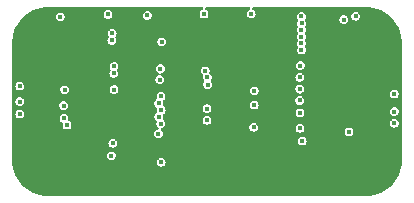
<source format=gbr>
%TF.GenerationSoftware,KiCad,Pcbnew,6.0.8-f2edbf62ab~116~ubuntu22.04.1*%
%TF.CreationDate,2022-11-01T10:45:10+00:00*%
%TF.ProjectId,cleverhand_emg,636c6576-6572-4686-916e-645f656d672e,3.0*%
%TF.SameCoordinates,Original*%
%TF.FileFunction,Copper,L2,Inr*%
%TF.FilePolarity,Positive*%
%FSLAX46Y46*%
G04 Gerber Fmt 4.6, Leading zero omitted, Abs format (unit mm)*
G04 Created by KiCad (PCBNEW 6.0.8-f2edbf62ab~116~ubuntu22.04.1) date 2022-11-01 10:45:10*
%MOMM*%
%LPD*%
G01*
G04 APERTURE LIST*
%TA.AperFunction,ViaPad*%
%ADD10C,0.400000*%
%TD*%
G04 APERTURE END LIST*
D10*
%TO.N,/MCLK*%
X157500000Y-102600000D03*
X165370000Y-103270000D03*
%TO.N,/IRQ*%
X157500000Y-101600000D03*
X165370000Y-101970000D03*
%TO.N,Net-(D2-Pad3)*%
X153610000Y-100580000D03*
X161500000Y-101300000D03*
%TO.N,/SCK*%
X157340000Y-98410000D03*
X165360000Y-98960000D03*
%TO.N,/SDI*%
X165350000Y-99940000D03*
X157540000Y-98970000D03*
%TO.N,/SDO*%
X165340000Y-100910000D03*
X157560000Y-99590000D03*
%TO.N,/CH0*%
X170080000Y-93790000D03*
%TO.N,Net-(D1-Pad3)*%
X141650000Y-101010000D03*
X149530000Y-104530000D03*
%TO.N,Net-(D3-Pad3)*%
X161500000Y-100100000D03*
X173360000Y-101860000D03*
%TO.N,/CH1*%
X169090000Y-94070000D03*
%TO.N,/CH2*%
X165500000Y-93800000D03*
%TO.N,/CH3*%
X165510000Y-94370000D03*
X161250000Y-93590000D03*
%TO.N,/CH4*%
X157250000Y-93600000D03*
X165500000Y-94940000D03*
%TO.N,/CH5*%
X165500000Y-95510000D03*
X152450000Y-93720000D03*
%TO.N,/CH6*%
X149120000Y-93630000D03*
X165500000Y-96080000D03*
%TO.N,/CH7*%
X145070000Y-93830000D03*
X165500000Y-96650000D03*
%TO.N,/cs_adc*%
X165400000Y-97970000D03*
X149480000Y-95240000D03*
%TO.N,GND*%
X141500000Y-96200000D03*
X153500000Y-100010000D03*
X145500000Y-97100000D03*
X169500000Y-105300000D03*
X145497692Y-94498196D03*
X169500000Y-106500000D03*
X141598000Y-100330000D03*
X153370000Y-105610000D03*
X141500000Y-98200000D03*
X169810000Y-108300000D03*
X161500000Y-100700000D03*
X141500000Y-97200000D03*
X169500000Y-107500000D03*
X149390000Y-96820000D03*
X173500000Y-104000000D03*
X173500000Y-106200000D03*
X145510000Y-104760000D03*
X145500000Y-95400000D03*
X173380000Y-99280000D03*
X145497692Y-96296532D03*
X145530000Y-106080000D03*
X173500000Y-104700000D03*
X153320000Y-95490000D03*
X173500000Y-105400000D03*
%TO.N,+3.3V*%
X149400000Y-105600000D03*
X153560000Y-98220000D03*
X149450000Y-95830000D03*
X173360000Y-102850000D03*
X165560000Y-104350000D03*
X145450000Y-100020000D03*
X141650000Y-99692000D03*
X153390000Y-103740000D03*
%TO.N,/carry2*%
X149630000Y-99990000D03*
X149620000Y-98620000D03*
%TO.N,/A3*%
X153630000Y-101720000D03*
X149630000Y-98040000D03*
%TO.N,/A0*%
X153430000Y-102300000D03*
X145650000Y-102990000D03*
%TO.N,/S1*%
X153510000Y-99150000D03*
X145390000Y-102430000D03*
%TO.N,/A1*%
X153590000Y-102870000D03*
X145360000Y-101360000D03*
%TO.N,/NEO_IN*%
X153620000Y-106140000D03*
X141650000Y-102070000D03*
%TO.N,/NEO_OUT*%
X153670000Y-95950000D03*
X153410000Y-101160000D03*
X173360000Y-100370000D03*
%TO.N,/CH_REF*%
X161450000Y-103180000D03*
X169520000Y-103580000D03*
%TD*%
%TA.AperFunction,Conductor*%
%TO.N,GND*%
G36*
X149123282Y-93028499D02*
G01*
X149161868Y-93011539D01*
X149178016Y-93010500D01*
X157066036Y-93010500D01*
X157134157Y-93030502D01*
X157180650Y-93084158D01*
X157190754Y-93154432D01*
X157161260Y-93219012D01*
X157123240Y-93248766D01*
X157029511Y-93296523D01*
X156946523Y-93379511D01*
X156928501Y-93414882D01*
X156897744Y-93475245D01*
X156897743Y-93475248D01*
X156893242Y-93484082D01*
X156874882Y-93600000D01*
X156893242Y-93715918D01*
X156897743Y-93724752D01*
X156897744Y-93724755D01*
X156913030Y-93754755D01*
X156946523Y-93820489D01*
X157029511Y-93903477D01*
X157071272Y-93924755D01*
X157125245Y-93952256D01*
X157125248Y-93952257D01*
X157134082Y-93956758D01*
X157250000Y-93975118D01*
X157365918Y-93956758D01*
X157374752Y-93952257D01*
X157374755Y-93952256D01*
X157428728Y-93924755D01*
X157470489Y-93903477D01*
X157553477Y-93820489D01*
X157586970Y-93754755D01*
X157602256Y-93724755D01*
X157602257Y-93724752D01*
X157606758Y-93715918D01*
X157625118Y-93600000D01*
X157606758Y-93484082D01*
X157602257Y-93475248D01*
X157602256Y-93475245D01*
X157571499Y-93414882D01*
X157553477Y-93379511D01*
X157470489Y-93296523D01*
X157376760Y-93248766D01*
X157325146Y-93200019D01*
X157308080Y-93131104D01*
X157330981Y-93063902D01*
X157386578Y-93019750D01*
X157433964Y-93010500D01*
X161046410Y-93010500D01*
X161114531Y-93030502D01*
X161161024Y-93084158D01*
X161171128Y-93154432D01*
X161141634Y-93219012D01*
X161103612Y-93248767D01*
X161029511Y-93286523D01*
X160946523Y-93369511D01*
X160921638Y-93418352D01*
X160897744Y-93465245D01*
X160897743Y-93465248D01*
X160893242Y-93474082D01*
X160874882Y-93590000D01*
X160893242Y-93705918D01*
X160897743Y-93714752D01*
X160897744Y-93714755D01*
X160913623Y-93745918D01*
X160946523Y-93810489D01*
X161029511Y-93893477D01*
X161083079Y-93920771D01*
X161125245Y-93942256D01*
X161125248Y-93942257D01*
X161134082Y-93946758D01*
X161250000Y-93965118D01*
X161365918Y-93946758D01*
X161374752Y-93942257D01*
X161374755Y-93942256D01*
X161416921Y-93920771D01*
X161470489Y-93893477D01*
X161553477Y-93810489D01*
X161586377Y-93745918D01*
X161602256Y-93714755D01*
X161602257Y-93714752D01*
X161606758Y-93705918D01*
X161625118Y-93590000D01*
X161606758Y-93474082D01*
X161602257Y-93465248D01*
X161602256Y-93465245D01*
X161578362Y-93418352D01*
X161553477Y-93369511D01*
X161470489Y-93286523D01*
X161396388Y-93248767D01*
X161344772Y-93200019D01*
X161327706Y-93131104D01*
X161350606Y-93063903D01*
X161406204Y-93019750D01*
X161453590Y-93010500D01*
X170996710Y-93010500D01*
X170997993Y-93010534D01*
X171000000Y-93011365D01*
X171001768Y-93010633D01*
X171003304Y-93010673D01*
X171305888Y-93026531D01*
X171319003Y-93027909D01*
X171466348Y-93051246D01*
X171615030Y-93074795D01*
X171627930Y-93077537D01*
X171917432Y-93155109D01*
X171929975Y-93159185D01*
X172209770Y-93266588D01*
X172221819Y-93271952D01*
X172488870Y-93408021D01*
X172500292Y-93414616D01*
X172683419Y-93533540D01*
X172751650Y-93577850D01*
X172762316Y-93585600D01*
X172925500Y-93717744D01*
X172995235Y-93774214D01*
X173005036Y-93783039D01*
X173216961Y-93994964D01*
X173225786Y-94004765D01*
X173369516Y-94182256D01*
X173414398Y-94237681D01*
X173422148Y-94248348D01*
X173535086Y-94422256D01*
X173585384Y-94499708D01*
X173591979Y-94511130D01*
X173728048Y-94778181D01*
X173733412Y-94790230D01*
X173840815Y-95070025D01*
X173844891Y-95082568D01*
X173922463Y-95372070D01*
X173925205Y-95384970D01*
X173959495Y-95601465D01*
X173972091Y-95680996D01*
X173973469Y-95694112D01*
X173978380Y-95787810D01*
X173989327Y-95996696D01*
X173989367Y-95998232D01*
X173988635Y-96000000D01*
X173989466Y-96002007D01*
X173989500Y-96003290D01*
X173989500Y-105996710D01*
X173989466Y-105997993D01*
X173988635Y-106000000D01*
X173989367Y-106001768D01*
X173989327Y-106003304D01*
X173973469Y-106305887D01*
X173972091Y-106319004D01*
X173925205Y-106615030D01*
X173922463Y-106627930D01*
X173844891Y-106917432D01*
X173840815Y-106929975D01*
X173733412Y-107209770D01*
X173728048Y-107221819D01*
X173591979Y-107488870D01*
X173585384Y-107500292D01*
X173422150Y-107751650D01*
X173414398Y-107762319D01*
X173225786Y-107995235D01*
X173216961Y-108005036D01*
X173005036Y-108216961D01*
X172995235Y-108225786D01*
X172762319Y-108414398D01*
X172751650Y-108422150D01*
X172500292Y-108585384D01*
X172488870Y-108591979D01*
X172221819Y-108728048D01*
X172209770Y-108733412D01*
X171929975Y-108840815D01*
X171917432Y-108844891D01*
X171627930Y-108922463D01*
X171615030Y-108925205D01*
X171319004Y-108972091D01*
X171305888Y-108973469D01*
X171041574Y-108987321D01*
X171003304Y-108989327D01*
X171001768Y-108989367D01*
X171000000Y-108988635D01*
X170997993Y-108989466D01*
X170996710Y-108989500D01*
X144003290Y-108989500D01*
X144002007Y-108989466D01*
X144000000Y-108988635D01*
X143998232Y-108989367D01*
X143996696Y-108989327D01*
X143958426Y-108987321D01*
X143694112Y-108973469D01*
X143680996Y-108972091D01*
X143384970Y-108925205D01*
X143372070Y-108922463D01*
X143082568Y-108844891D01*
X143070025Y-108840815D01*
X142790230Y-108733412D01*
X142778181Y-108728048D01*
X142511130Y-108591979D01*
X142499708Y-108585384D01*
X142248350Y-108422150D01*
X142237681Y-108414398D01*
X142004765Y-108225786D01*
X141994964Y-108216961D01*
X141783039Y-108005036D01*
X141774214Y-107995235D01*
X141585602Y-107762319D01*
X141577850Y-107751650D01*
X141414616Y-107500292D01*
X141408021Y-107488870D01*
X141271952Y-107221819D01*
X141266588Y-107209770D01*
X141159185Y-106929975D01*
X141155109Y-106917432D01*
X141077537Y-106627930D01*
X141074795Y-106615030D01*
X141027909Y-106319004D01*
X141026531Y-106305887D01*
X141017837Y-106140000D01*
X153244882Y-106140000D01*
X153263242Y-106255918D01*
X153267743Y-106264752D01*
X153267744Y-106264755D01*
X153288702Y-106305887D01*
X153316523Y-106360489D01*
X153399511Y-106443477D01*
X153453079Y-106470771D01*
X153495245Y-106492256D01*
X153495248Y-106492257D01*
X153504082Y-106496758D01*
X153620000Y-106515118D01*
X153735918Y-106496758D01*
X153744752Y-106492257D01*
X153744755Y-106492256D01*
X153786921Y-106470771D01*
X153840489Y-106443477D01*
X153923477Y-106360489D01*
X153951298Y-106305887D01*
X153972256Y-106264755D01*
X153972257Y-106264752D01*
X153976758Y-106255918D01*
X153995118Y-106140000D01*
X153976758Y-106024082D01*
X153972257Y-106015248D01*
X153972256Y-106015245D01*
X153940161Y-105952256D01*
X153923477Y-105919511D01*
X153840489Y-105836523D01*
X153786921Y-105809229D01*
X153744755Y-105787744D01*
X153744752Y-105787743D01*
X153735918Y-105783242D01*
X153620000Y-105764882D01*
X153504082Y-105783242D01*
X153495248Y-105787743D01*
X153495245Y-105787744D01*
X153453079Y-105809229D01*
X153399511Y-105836523D01*
X153316523Y-105919511D01*
X153299839Y-105952256D01*
X153267744Y-106015245D01*
X153267743Y-106015248D01*
X153263242Y-106024082D01*
X153244882Y-106140000D01*
X141017837Y-106140000D01*
X141010673Y-106003304D01*
X141010633Y-106001768D01*
X141011365Y-106000000D01*
X141010534Y-105997993D01*
X141010500Y-105996710D01*
X141010500Y-105600000D01*
X149024882Y-105600000D01*
X149043242Y-105715918D01*
X149047743Y-105724752D01*
X149047744Y-105724755D01*
X149068190Y-105764882D01*
X149096523Y-105820489D01*
X149179511Y-105903477D01*
X149233079Y-105930771D01*
X149275245Y-105952256D01*
X149275248Y-105952257D01*
X149284082Y-105956758D01*
X149400000Y-105975118D01*
X149515918Y-105956758D01*
X149524752Y-105952257D01*
X149524755Y-105952256D01*
X149566921Y-105930771D01*
X149620489Y-105903477D01*
X149703477Y-105820489D01*
X149731810Y-105764882D01*
X149752256Y-105724755D01*
X149752257Y-105724752D01*
X149756758Y-105715918D01*
X149775118Y-105600000D01*
X149756758Y-105484082D01*
X149752257Y-105475248D01*
X149752256Y-105475245D01*
X149730771Y-105433079D01*
X149703477Y-105379511D01*
X149620489Y-105296523D01*
X149566921Y-105269229D01*
X149524755Y-105247744D01*
X149524752Y-105247743D01*
X149515918Y-105243242D01*
X149400000Y-105224882D01*
X149284082Y-105243242D01*
X149275248Y-105247743D01*
X149275245Y-105247744D01*
X149233079Y-105269229D01*
X149179511Y-105296523D01*
X149096523Y-105379511D01*
X149069229Y-105433079D01*
X149047744Y-105475245D01*
X149047743Y-105475248D01*
X149043242Y-105484082D01*
X149024882Y-105600000D01*
X141010500Y-105600000D01*
X141010500Y-104530000D01*
X149154882Y-104530000D01*
X149173242Y-104645918D01*
X149177743Y-104654752D01*
X149177744Y-104654755D01*
X149179388Y-104657981D01*
X149226523Y-104750489D01*
X149309511Y-104833477D01*
X149363079Y-104860771D01*
X149405245Y-104882256D01*
X149405248Y-104882257D01*
X149414082Y-104886758D01*
X149530000Y-104905118D01*
X149645918Y-104886758D01*
X149654752Y-104882257D01*
X149654755Y-104882256D01*
X149696921Y-104860771D01*
X149750489Y-104833477D01*
X149833477Y-104750489D01*
X149880612Y-104657981D01*
X149882256Y-104654755D01*
X149882257Y-104654752D01*
X149886758Y-104645918D01*
X149905118Y-104530000D01*
X149886758Y-104414082D01*
X149882257Y-104405248D01*
X149882256Y-104405245D01*
X149854107Y-104350000D01*
X165184882Y-104350000D01*
X165203242Y-104465918D01*
X165207743Y-104474752D01*
X165207744Y-104474755D01*
X165229229Y-104516921D01*
X165256523Y-104570489D01*
X165339511Y-104653477D01*
X165393079Y-104680771D01*
X165435245Y-104702256D01*
X165435248Y-104702257D01*
X165444082Y-104706758D01*
X165560000Y-104725118D01*
X165675918Y-104706758D01*
X165684752Y-104702257D01*
X165684755Y-104702256D01*
X165726921Y-104680771D01*
X165780489Y-104653477D01*
X165863477Y-104570489D01*
X165890771Y-104516921D01*
X165912256Y-104474755D01*
X165912257Y-104474752D01*
X165916758Y-104465918D01*
X165935118Y-104350000D01*
X165916758Y-104234082D01*
X165912257Y-104225248D01*
X165912256Y-104225245D01*
X165885759Y-104173242D01*
X165863477Y-104129511D01*
X165780489Y-104046523D01*
X165726921Y-104019229D01*
X165684755Y-103997744D01*
X165684752Y-103997743D01*
X165675918Y-103993242D01*
X165560000Y-103974882D01*
X165444082Y-103993242D01*
X165435248Y-103997743D01*
X165435245Y-103997744D01*
X165393079Y-104019229D01*
X165339511Y-104046523D01*
X165256523Y-104129511D01*
X165234241Y-104173242D01*
X165207744Y-104225245D01*
X165207743Y-104225248D01*
X165203242Y-104234082D01*
X165184882Y-104350000D01*
X149854107Y-104350000D01*
X149833477Y-104309511D01*
X149750489Y-104226523D01*
X149696921Y-104199229D01*
X149654755Y-104177744D01*
X149654752Y-104177743D01*
X149645918Y-104173242D01*
X149530000Y-104154882D01*
X149414082Y-104173242D01*
X149405248Y-104177743D01*
X149405245Y-104177744D01*
X149363079Y-104199229D01*
X149309511Y-104226523D01*
X149226523Y-104309511D01*
X149205893Y-104350000D01*
X149177744Y-104405245D01*
X149177743Y-104405248D01*
X149173242Y-104414082D01*
X149154882Y-104530000D01*
X141010500Y-104530000D01*
X141010500Y-103740000D01*
X153014882Y-103740000D01*
X153033242Y-103855918D01*
X153037743Y-103864752D01*
X153037744Y-103864755D01*
X153059229Y-103906921D01*
X153086523Y-103960489D01*
X153169511Y-104043477D01*
X153223079Y-104070771D01*
X153265245Y-104092256D01*
X153265248Y-104092257D01*
X153274082Y-104096758D01*
X153390000Y-104115118D01*
X153505918Y-104096758D01*
X153514752Y-104092257D01*
X153514755Y-104092256D01*
X153556921Y-104070771D01*
X153610489Y-104043477D01*
X153693477Y-103960489D01*
X153720771Y-103906921D01*
X153742256Y-103864755D01*
X153742257Y-103864752D01*
X153746758Y-103855918D01*
X153765118Y-103740000D01*
X153746758Y-103624082D01*
X153742257Y-103615248D01*
X153742256Y-103615245D01*
X153710829Y-103553567D01*
X153693477Y-103519511D01*
X153617312Y-103443346D01*
X153583286Y-103381034D01*
X153588351Y-103310219D01*
X153630898Y-103253383D01*
X153686699Y-103229802D01*
X153696123Y-103228310D01*
X153696127Y-103228309D01*
X153705918Y-103226758D01*
X153714752Y-103222257D01*
X153714755Y-103222256D01*
X153756921Y-103200771D01*
X153797687Y-103180000D01*
X161074882Y-103180000D01*
X161093242Y-103295918D01*
X161097743Y-103304752D01*
X161097744Y-103304755D01*
X161116852Y-103342256D01*
X161146523Y-103400489D01*
X161229511Y-103483477D01*
X161283079Y-103510771D01*
X161325245Y-103532256D01*
X161325248Y-103532257D01*
X161334082Y-103536758D01*
X161450000Y-103555118D01*
X161565918Y-103536758D01*
X161574752Y-103532257D01*
X161574755Y-103532256D01*
X161616921Y-103510771D01*
X161670489Y-103483477D01*
X161753477Y-103400489D01*
X161783148Y-103342256D01*
X161802256Y-103304755D01*
X161802257Y-103304752D01*
X161806758Y-103295918D01*
X161810863Y-103270000D01*
X164994882Y-103270000D01*
X165013242Y-103385918D01*
X165017743Y-103394752D01*
X165017744Y-103394755D01*
X165036731Y-103432019D01*
X165066523Y-103490489D01*
X165149511Y-103573477D01*
X165203079Y-103600771D01*
X165245245Y-103622256D01*
X165245248Y-103622257D01*
X165254082Y-103626758D01*
X165370000Y-103645118D01*
X165485918Y-103626758D01*
X165494752Y-103622257D01*
X165494755Y-103622256D01*
X165536921Y-103600771D01*
X165577687Y-103580000D01*
X169144882Y-103580000D01*
X169163242Y-103695918D01*
X169167743Y-103704752D01*
X169167744Y-103704755D01*
X169180713Y-103730208D01*
X169216523Y-103800489D01*
X169299511Y-103883477D01*
X169353079Y-103910771D01*
X169395245Y-103932256D01*
X169395248Y-103932257D01*
X169404082Y-103936758D01*
X169520000Y-103955118D01*
X169635918Y-103936758D01*
X169644752Y-103932257D01*
X169644755Y-103932256D01*
X169686921Y-103910771D01*
X169740489Y-103883477D01*
X169823477Y-103800489D01*
X169859287Y-103730208D01*
X169872256Y-103704755D01*
X169872257Y-103704752D01*
X169876758Y-103695918D01*
X169895118Y-103580000D01*
X169876758Y-103464082D01*
X169872257Y-103455248D01*
X169872256Y-103455245D01*
X169844356Y-103400489D01*
X169823477Y-103359511D01*
X169740489Y-103276523D01*
X169678853Y-103245118D01*
X169644755Y-103227744D01*
X169644752Y-103227743D01*
X169635918Y-103223242D01*
X169520000Y-103204882D01*
X169404082Y-103223242D01*
X169395248Y-103227743D01*
X169395245Y-103227744D01*
X169361147Y-103245118D01*
X169299511Y-103276523D01*
X169216523Y-103359511D01*
X169195644Y-103400489D01*
X169167744Y-103455245D01*
X169167743Y-103455248D01*
X169163242Y-103464082D01*
X169144882Y-103580000D01*
X165577687Y-103580000D01*
X165590489Y-103573477D01*
X165673477Y-103490489D01*
X165703269Y-103432019D01*
X165722256Y-103394755D01*
X165722257Y-103394752D01*
X165726758Y-103385918D01*
X165745118Y-103270000D01*
X165726758Y-103154082D01*
X165722257Y-103145248D01*
X165722256Y-103145245D01*
X165685891Y-103073876D01*
X165673477Y-103049511D01*
X165590489Y-102966523D01*
X165536921Y-102939229D01*
X165494755Y-102917744D01*
X165494752Y-102917743D01*
X165485918Y-102913242D01*
X165370000Y-102894882D01*
X165254082Y-102913242D01*
X165245248Y-102917743D01*
X165245245Y-102917744D01*
X165203079Y-102939229D01*
X165149511Y-102966523D01*
X165066523Y-103049511D01*
X165054109Y-103073876D01*
X165017744Y-103145245D01*
X165017743Y-103145248D01*
X165013242Y-103154082D01*
X164994882Y-103270000D01*
X161810863Y-103270000D01*
X161825118Y-103180000D01*
X161806758Y-103064082D01*
X161802257Y-103055248D01*
X161802256Y-103055245D01*
X161774001Y-102999792D01*
X161753477Y-102959511D01*
X161670489Y-102876523D01*
X161618434Y-102850000D01*
X172984882Y-102850000D01*
X173003242Y-102965918D01*
X173007743Y-102974752D01*
X173007744Y-102974755D01*
X173013432Y-102985918D01*
X173056523Y-103070489D01*
X173139511Y-103153477D01*
X173165373Y-103166654D01*
X173235245Y-103202256D01*
X173235248Y-103202257D01*
X173244082Y-103206758D01*
X173360000Y-103225118D01*
X173475918Y-103206758D01*
X173484752Y-103202257D01*
X173484755Y-103202256D01*
X173554627Y-103166654D01*
X173580489Y-103153477D01*
X173663477Y-103070489D01*
X173706568Y-102985918D01*
X173712256Y-102974755D01*
X173712257Y-102974752D01*
X173716758Y-102965918D01*
X173735118Y-102850000D01*
X173716758Y-102734082D01*
X173712257Y-102725248D01*
X173712256Y-102725245D01*
X173690231Y-102682020D01*
X173663477Y-102629511D01*
X173580489Y-102546523D01*
X173526921Y-102519229D01*
X173484755Y-102497744D01*
X173484752Y-102497743D01*
X173475918Y-102493242D01*
X173388834Y-102479449D01*
X173360538Y-102466035D01*
X173331166Y-102479449D01*
X173244082Y-102493242D01*
X173235248Y-102497743D01*
X173235245Y-102497744D01*
X173193079Y-102519229D01*
X173139511Y-102546523D01*
X173056523Y-102629511D01*
X173029769Y-102682020D01*
X173007744Y-102725245D01*
X173007743Y-102725248D01*
X173003242Y-102734082D01*
X172984882Y-102850000D01*
X161618434Y-102850000D01*
X161616921Y-102849229D01*
X161574755Y-102827744D01*
X161574752Y-102827743D01*
X161565918Y-102823242D01*
X161450000Y-102804882D01*
X161334082Y-102823242D01*
X161325248Y-102827743D01*
X161325245Y-102827744D01*
X161283079Y-102849229D01*
X161229511Y-102876523D01*
X161146523Y-102959511D01*
X161125999Y-102999792D01*
X161097744Y-103055245D01*
X161097743Y-103055248D01*
X161093242Y-103064082D01*
X161074882Y-103180000D01*
X153797687Y-103180000D01*
X153810489Y-103173477D01*
X153893477Y-103090489D01*
X153939689Y-102999792D01*
X153942256Y-102994755D01*
X153942257Y-102994752D01*
X153946758Y-102985918D01*
X153965118Y-102870000D01*
X153946758Y-102754082D01*
X153942257Y-102745248D01*
X153942256Y-102745245D01*
X153898438Y-102659248D01*
X153893477Y-102649511D01*
X153843966Y-102600000D01*
X157124882Y-102600000D01*
X157143242Y-102715918D01*
X157147743Y-102724752D01*
X157147744Y-102724755D01*
X157162687Y-102754082D01*
X157196523Y-102820489D01*
X157279511Y-102903477D01*
X157333079Y-102930771D01*
X157375245Y-102952256D01*
X157375248Y-102952257D01*
X157384082Y-102956758D01*
X157500000Y-102975118D01*
X157615918Y-102956758D01*
X157624752Y-102952257D01*
X157624755Y-102952256D01*
X157666921Y-102930771D01*
X157720489Y-102903477D01*
X157803477Y-102820489D01*
X157837313Y-102754082D01*
X157852256Y-102724755D01*
X157852257Y-102724752D01*
X157856758Y-102715918D01*
X157875118Y-102600000D01*
X157856758Y-102484082D01*
X157852257Y-102475248D01*
X157852256Y-102475245D01*
X157829202Y-102430000D01*
X157803477Y-102379511D01*
X157720489Y-102296523D01*
X157666921Y-102269229D01*
X157624755Y-102247744D01*
X157624752Y-102247743D01*
X157615918Y-102243242D01*
X157500000Y-102224882D01*
X157384082Y-102243242D01*
X157375248Y-102247743D01*
X157375245Y-102247744D01*
X157333079Y-102269229D01*
X157279511Y-102296523D01*
X157196523Y-102379511D01*
X157170798Y-102430000D01*
X157147744Y-102475245D01*
X157147743Y-102475248D01*
X157143242Y-102484082D01*
X157124882Y-102600000D01*
X153843966Y-102600000D01*
X153810489Y-102566523D01*
X153812889Y-102564123D01*
X153780164Y-102521695D01*
X153774081Y-102450960D01*
X153779855Y-102434399D01*
X153779192Y-102434183D01*
X153782255Y-102424755D01*
X153786758Y-102415918D01*
X153805118Y-102300000D01*
X153786758Y-102184082D01*
X153782872Y-102176456D01*
X153780866Y-102106243D01*
X153817528Y-102045444D01*
X153833850Y-102034112D01*
X153833629Y-102033808D01*
X153841648Y-102027981D01*
X153850489Y-102023477D01*
X153933477Y-101940489D01*
X153974488Y-101860000D01*
X153982256Y-101844755D01*
X153982257Y-101844752D01*
X153986758Y-101835918D01*
X154005118Y-101720000D01*
X153986758Y-101604082D01*
X153984678Y-101600000D01*
X157124882Y-101600000D01*
X157143242Y-101715918D01*
X157147743Y-101724752D01*
X157147744Y-101724755D01*
X157153089Y-101735245D01*
X157196523Y-101820489D01*
X157279511Y-101903477D01*
X157333079Y-101930771D01*
X157375245Y-101952256D01*
X157375248Y-101952257D01*
X157384082Y-101956758D01*
X157500000Y-101975118D01*
X157532313Y-101970000D01*
X164994882Y-101970000D01*
X165013242Y-102085918D01*
X165017743Y-102094752D01*
X165017744Y-102094755D01*
X165023598Y-102106243D01*
X165066523Y-102190489D01*
X165149511Y-102273477D01*
X165194742Y-102296523D01*
X165245245Y-102322256D01*
X165245248Y-102322257D01*
X165254082Y-102326758D01*
X165370000Y-102345118D01*
X165485918Y-102326758D01*
X165494752Y-102322257D01*
X165494755Y-102322256D01*
X165545258Y-102296523D01*
X165590489Y-102273477D01*
X165673477Y-102190489D01*
X165716402Y-102106243D01*
X165722256Y-102094755D01*
X165722257Y-102094752D01*
X165726758Y-102085918D01*
X165745118Y-101970000D01*
X165727695Y-101860000D01*
X172984882Y-101860000D01*
X173003242Y-101975918D01*
X173007743Y-101984752D01*
X173007744Y-101984755D01*
X173017316Y-102003540D01*
X173056523Y-102080489D01*
X173139511Y-102163477D01*
X173192526Y-102190489D01*
X173235245Y-102212256D01*
X173235248Y-102212257D01*
X173244082Y-102216758D01*
X173331166Y-102230551D01*
X173359462Y-102243965D01*
X173388834Y-102230551D01*
X173475918Y-102216758D01*
X173484752Y-102212257D01*
X173484755Y-102212256D01*
X173527474Y-102190489D01*
X173580489Y-102163477D01*
X173663477Y-102080489D01*
X173702684Y-102003540D01*
X173712256Y-101984755D01*
X173712257Y-101984752D01*
X173716758Y-101975918D01*
X173735118Y-101860000D01*
X173716758Y-101744082D01*
X173712257Y-101735248D01*
X173712256Y-101735245D01*
X173674945Y-101662019D01*
X173663477Y-101639511D01*
X173580489Y-101556523D01*
X173523539Y-101527506D01*
X173484755Y-101507744D01*
X173484752Y-101507743D01*
X173475918Y-101503242D01*
X173360000Y-101484882D01*
X173244082Y-101503242D01*
X173235248Y-101507743D01*
X173235245Y-101507744D01*
X173196461Y-101527506D01*
X173139511Y-101556523D01*
X173056523Y-101639511D01*
X173045055Y-101662019D01*
X173007744Y-101735245D01*
X173007743Y-101735248D01*
X173003242Y-101744082D01*
X172984882Y-101860000D01*
X165727695Y-101860000D01*
X165726758Y-101854082D01*
X165722257Y-101845248D01*
X165722256Y-101845245D01*
X165685720Y-101773540D01*
X165673477Y-101749511D01*
X165590489Y-101666523D01*
X165523703Y-101632494D01*
X165494755Y-101617744D01*
X165494752Y-101617743D01*
X165485918Y-101613242D01*
X165370000Y-101594882D01*
X165254082Y-101613242D01*
X165245248Y-101617743D01*
X165245245Y-101617744D01*
X165216297Y-101632494D01*
X165149511Y-101666523D01*
X165066523Y-101749511D01*
X165054280Y-101773540D01*
X165017744Y-101845245D01*
X165017743Y-101845248D01*
X165013242Y-101854082D01*
X164994882Y-101970000D01*
X157532313Y-101970000D01*
X157615918Y-101956758D01*
X157624752Y-101952257D01*
X157624755Y-101952256D01*
X157666921Y-101930771D01*
X157720489Y-101903477D01*
X157803477Y-101820489D01*
X157846911Y-101735245D01*
X157852256Y-101724755D01*
X157852257Y-101724752D01*
X157856758Y-101715918D01*
X157875118Y-101600000D01*
X157856758Y-101484082D01*
X157852257Y-101475248D01*
X157852256Y-101475245D01*
X157820041Y-101412021D01*
X157803477Y-101379511D01*
X157723966Y-101300000D01*
X161124882Y-101300000D01*
X161143242Y-101415918D01*
X161147743Y-101424752D01*
X161147744Y-101424755D01*
X161163899Y-101456460D01*
X161196523Y-101520489D01*
X161279511Y-101603477D01*
X161333079Y-101630771D01*
X161375245Y-101652256D01*
X161375248Y-101652257D01*
X161384082Y-101656758D01*
X161500000Y-101675118D01*
X161615918Y-101656758D01*
X161624752Y-101652257D01*
X161624755Y-101652256D01*
X161666921Y-101630771D01*
X161720489Y-101603477D01*
X161803477Y-101520489D01*
X161836101Y-101456460D01*
X161852256Y-101424755D01*
X161852257Y-101424752D01*
X161856758Y-101415918D01*
X161875118Y-101300000D01*
X161856758Y-101184082D01*
X161852257Y-101175248D01*
X161852256Y-101175245D01*
X161827122Y-101125918D01*
X161803477Y-101079511D01*
X161720489Y-100996523D01*
X161661061Y-100966243D01*
X161624755Y-100947744D01*
X161624752Y-100947743D01*
X161615918Y-100943242D01*
X161500000Y-100924882D01*
X161384082Y-100943242D01*
X161375248Y-100947743D01*
X161375245Y-100947744D01*
X161338939Y-100966243D01*
X161279511Y-100996523D01*
X161196523Y-101079511D01*
X161172878Y-101125918D01*
X161147744Y-101175245D01*
X161147743Y-101175248D01*
X161143242Y-101184082D01*
X161124882Y-101300000D01*
X157723966Y-101300000D01*
X157720489Y-101296523D01*
X157660827Y-101266124D01*
X157624755Y-101247744D01*
X157624752Y-101247743D01*
X157615918Y-101243242D01*
X157500000Y-101224882D01*
X157384082Y-101243242D01*
X157375248Y-101247743D01*
X157375245Y-101247744D01*
X157339173Y-101266124D01*
X157279511Y-101296523D01*
X157196523Y-101379511D01*
X157179959Y-101412021D01*
X157147744Y-101475245D01*
X157147743Y-101475248D01*
X157143242Y-101484082D01*
X157124882Y-101600000D01*
X153984678Y-101600000D01*
X153982257Y-101595248D01*
X153982256Y-101595245D01*
X153944249Y-101520653D01*
X153933477Y-101499511D01*
X153850489Y-101416523D01*
X153833942Y-101408092D01*
X153782327Y-101359347D01*
X153765258Y-101290433D01*
X153767856Y-101276092D01*
X153766758Y-101275918D01*
X153775354Y-101221648D01*
X153785118Y-101160000D01*
X153766758Y-101044082D01*
X153762872Y-101036456D01*
X153760866Y-100966243D01*
X153794781Y-100910000D01*
X164964882Y-100910000D01*
X164983242Y-101025918D01*
X164987743Y-101034752D01*
X164987744Y-101034755D01*
X164996541Y-101052019D01*
X165036523Y-101130489D01*
X165119511Y-101213477D01*
X165162234Y-101235245D01*
X165215245Y-101262256D01*
X165215248Y-101262257D01*
X165224082Y-101266758D01*
X165340000Y-101285118D01*
X165455918Y-101266758D01*
X165464752Y-101262257D01*
X165464755Y-101262256D01*
X165517766Y-101235245D01*
X165560489Y-101213477D01*
X165643477Y-101130489D01*
X165683459Y-101052019D01*
X165692256Y-101034755D01*
X165692257Y-101034752D01*
X165696758Y-101025918D01*
X165715118Y-100910000D01*
X165696758Y-100794082D01*
X165692257Y-100785248D01*
X165692256Y-100785245D01*
X165655720Y-100713540D01*
X165643477Y-100689511D01*
X165560489Y-100606523D01*
X165506921Y-100579229D01*
X165464755Y-100557744D01*
X165464752Y-100557743D01*
X165455918Y-100553242D01*
X165436971Y-100550241D01*
X165372818Y-100519829D01*
X165344804Y-100474840D01*
X165314464Y-100520601D01*
X165253030Y-100548657D01*
X165224082Y-100553242D01*
X165215248Y-100557743D01*
X165215245Y-100557744D01*
X165173079Y-100579229D01*
X165119511Y-100606523D01*
X165036523Y-100689511D01*
X165024280Y-100713540D01*
X164987744Y-100785245D01*
X164987743Y-100785248D01*
X164983242Y-100794082D01*
X164964882Y-100910000D01*
X153794781Y-100910000D01*
X153797528Y-100905444D01*
X153813850Y-100894112D01*
X153813629Y-100893808D01*
X153821648Y-100887981D01*
X153830489Y-100883477D01*
X153913477Y-100800489D01*
X153950254Y-100728309D01*
X153962256Y-100704755D01*
X153962257Y-100704752D01*
X153966758Y-100695918D01*
X153985118Y-100580000D01*
X153966758Y-100464082D01*
X153962257Y-100455248D01*
X153962256Y-100455245D01*
X153938173Y-100407981D01*
X153913477Y-100359511D01*
X153830489Y-100276523D01*
X153759768Y-100240489D01*
X153734755Y-100227744D01*
X153734752Y-100227743D01*
X153725918Y-100223242D01*
X153610000Y-100204882D01*
X153494082Y-100223242D01*
X153485248Y-100227743D01*
X153485245Y-100227744D01*
X153460232Y-100240489D01*
X153389511Y-100276523D01*
X153306523Y-100359511D01*
X153281827Y-100407981D01*
X153257744Y-100455245D01*
X153257743Y-100455248D01*
X153253242Y-100464082D01*
X153234882Y-100580000D01*
X153253242Y-100695918D01*
X153257128Y-100703544D01*
X153259134Y-100773757D01*
X153222472Y-100834556D01*
X153206150Y-100845888D01*
X153206371Y-100846192D01*
X153198352Y-100852019D01*
X153189511Y-100856523D01*
X153106523Y-100939511D01*
X153092903Y-100966243D01*
X153057744Y-101035245D01*
X153057743Y-101035248D01*
X153053242Y-101044082D01*
X153034882Y-101160000D01*
X153053242Y-101275918D01*
X153057743Y-101284752D01*
X153057744Y-101284755D01*
X153070501Y-101309792D01*
X153106523Y-101380489D01*
X153189511Y-101463477D01*
X153206058Y-101471908D01*
X153257673Y-101520653D01*
X153274742Y-101589567D01*
X153272144Y-101603908D01*
X153273242Y-101604082D01*
X153254882Y-101720000D01*
X153273242Y-101835918D01*
X153277128Y-101843544D01*
X153279134Y-101913757D01*
X153242472Y-101974556D01*
X153226150Y-101985888D01*
X153226371Y-101986192D01*
X153218352Y-101992019D01*
X153209511Y-101996523D01*
X153126523Y-102079511D01*
X153099229Y-102133079D01*
X153077744Y-102175245D01*
X153077743Y-102175248D01*
X153073242Y-102184082D01*
X153054882Y-102300000D01*
X153073242Y-102415918D01*
X153077743Y-102424752D01*
X153077744Y-102424755D01*
X153098778Y-102466035D01*
X153126523Y-102520489D01*
X153209511Y-102603477D01*
X153207111Y-102605877D01*
X153239836Y-102648305D01*
X153245919Y-102719040D01*
X153240145Y-102735601D01*
X153240808Y-102735817D01*
X153237745Y-102745245D01*
X153233242Y-102754082D01*
X153214882Y-102870000D01*
X153233242Y-102985918D01*
X153237743Y-102994752D01*
X153237744Y-102994755D01*
X153240311Y-102999792D01*
X153286523Y-103090489D01*
X153362688Y-103166654D01*
X153396714Y-103228966D01*
X153391649Y-103299781D01*
X153349102Y-103356617D01*
X153293301Y-103380198D01*
X153283877Y-103381690D01*
X153283873Y-103381691D01*
X153274082Y-103383242D01*
X153265248Y-103387743D01*
X153265245Y-103387744D01*
X153240232Y-103400489D01*
X153169511Y-103436523D01*
X153086523Y-103519511D01*
X153069171Y-103553567D01*
X153037744Y-103615245D01*
X153037743Y-103615248D01*
X153033242Y-103624082D01*
X153014882Y-103740000D01*
X141010500Y-103740000D01*
X141010500Y-102070000D01*
X141274882Y-102070000D01*
X141293242Y-102185918D01*
X141297743Y-102194752D01*
X141297744Y-102194755D01*
X141313095Y-102224882D01*
X141346523Y-102290489D01*
X141429511Y-102373477D01*
X141483079Y-102400771D01*
X141525245Y-102422256D01*
X141525248Y-102422257D01*
X141534082Y-102426758D01*
X141650000Y-102445118D01*
X141745449Y-102430000D01*
X145014882Y-102430000D01*
X145033242Y-102545918D01*
X145037743Y-102554752D01*
X145037744Y-102554755D01*
X145055809Y-102590208D01*
X145086523Y-102650489D01*
X145169511Y-102733477D01*
X145223042Y-102760752D01*
X145274657Y-102809500D01*
X145291723Y-102878415D01*
X145290288Y-102892730D01*
X145280147Y-102956758D01*
X145274882Y-102990000D01*
X145293242Y-103105918D01*
X145297743Y-103114752D01*
X145297744Y-103114755D01*
X145319229Y-103156921D01*
X145346523Y-103210489D01*
X145429511Y-103293477D01*
X145483079Y-103320771D01*
X145525245Y-103342256D01*
X145525248Y-103342257D01*
X145534082Y-103346758D01*
X145650000Y-103365118D01*
X145765918Y-103346758D01*
X145774752Y-103342257D01*
X145774755Y-103342256D01*
X145816921Y-103320771D01*
X145870489Y-103293477D01*
X145953477Y-103210489D01*
X145980771Y-103156921D01*
X146002256Y-103114755D01*
X146002257Y-103114752D01*
X146006758Y-103105918D01*
X146025118Y-102990000D01*
X146006758Y-102874082D01*
X146002257Y-102865248D01*
X146002256Y-102865245D01*
X145979451Y-102820489D01*
X145953477Y-102769511D01*
X145870489Y-102686523D01*
X145816958Y-102659248D01*
X145765343Y-102610500D01*
X145748277Y-102541585D01*
X145749712Y-102527270D01*
X145763567Y-102439793D01*
X145763567Y-102439792D01*
X145765118Y-102430000D01*
X145746758Y-102314082D01*
X145742257Y-102305248D01*
X145742256Y-102305245D01*
X145711032Y-102243965D01*
X145693477Y-102209511D01*
X145610489Y-102126523D01*
X145548140Y-102094755D01*
X145514755Y-102077744D01*
X145514752Y-102077743D01*
X145505918Y-102073242D01*
X145390000Y-102054882D01*
X145274082Y-102073242D01*
X145265248Y-102077743D01*
X145265245Y-102077744D01*
X145231860Y-102094755D01*
X145169511Y-102126523D01*
X145086523Y-102209511D01*
X145068968Y-102243965D01*
X145037744Y-102305245D01*
X145037743Y-102305248D01*
X145033242Y-102314082D01*
X145014882Y-102430000D01*
X141745449Y-102430000D01*
X141765918Y-102426758D01*
X141774752Y-102422257D01*
X141774755Y-102422256D01*
X141816921Y-102400771D01*
X141870489Y-102373477D01*
X141953477Y-102290489D01*
X141986905Y-102224882D01*
X142002256Y-102194755D01*
X142002257Y-102194752D01*
X142006758Y-102185918D01*
X142025118Y-102070000D01*
X142006758Y-101954082D01*
X142002257Y-101945248D01*
X142002256Y-101945245D01*
X141977398Y-101896460D01*
X141953477Y-101849511D01*
X141870489Y-101766523D01*
X141808853Y-101735118D01*
X141774755Y-101717744D01*
X141774752Y-101717743D01*
X141765918Y-101713242D01*
X141650000Y-101694882D01*
X141534082Y-101713242D01*
X141525248Y-101717743D01*
X141525245Y-101717744D01*
X141491147Y-101735118D01*
X141429511Y-101766523D01*
X141346523Y-101849511D01*
X141322602Y-101896460D01*
X141297744Y-101945245D01*
X141297743Y-101945248D01*
X141293242Y-101954082D01*
X141274882Y-102070000D01*
X141010500Y-102070000D01*
X141010500Y-101010000D01*
X141274882Y-101010000D01*
X141293242Y-101125918D01*
X141297743Y-101134752D01*
X141297744Y-101134755D01*
X141305618Y-101150208D01*
X141346523Y-101230489D01*
X141429511Y-101313477D01*
X141483079Y-101340771D01*
X141525245Y-101362256D01*
X141525248Y-101362257D01*
X141534082Y-101366758D01*
X141650000Y-101385118D01*
X141765918Y-101366758D01*
X141774752Y-101362257D01*
X141774755Y-101362256D01*
X141779183Y-101360000D01*
X144984882Y-101360000D01*
X145003242Y-101475918D01*
X145007743Y-101484752D01*
X145007744Y-101484755D01*
X145021447Y-101511648D01*
X145056523Y-101580489D01*
X145139511Y-101663477D01*
X145193079Y-101690771D01*
X145235245Y-101712256D01*
X145235248Y-101712257D01*
X145244082Y-101716758D01*
X145360000Y-101735118D01*
X145475918Y-101716758D01*
X145484752Y-101712257D01*
X145484755Y-101712256D01*
X145526921Y-101690771D01*
X145580489Y-101663477D01*
X145663477Y-101580489D01*
X145698553Y-101511648D01*
X145712256Y-101484755D01*
X145712257Y-101484752D01*
X145716758Y-101475918D01*
X145735118Y-101360000D01*
X145716758Y-101244082D01*
X145712257Y-101235248D01*
X145712256Y-101235245D01*
X145681684Y-101175245D01*
X145663477Y-101139511D01*
X145580489Y-101056523D01*
X145501201Y-101016124D01*
X145484755Y-101007744D01*
X145484752Y-101007743D01*
X145475918Y-101003242D01*
X145360000Y-100984882D01*
X145244082Y-101003242D01*
X145235248Y-101007743D01*
X145235245Y-101007744D01*
X145218799Y-101016124D01*
X145139511Y-101056523D01*
X145056523Y-101139511D01*
X145038316Y-101175245D01*
X145007744Y-101235245D01*
X145007743Y-101235248D01*
X145003242Y-101244082D01*
X144984882Y-101360000D01*
X141779183Y-101360000D01*
X141816921Y-101340771D01*
X141870489Y-101313477D01*
X141953477Y-101230489D01*
X141994382Y-101150208D01*
X142002256Y-101134755D01*
X142002257Y-101134752D01*
X142006758Y-101125918D01*
X142025118Y-101010000D01*
X142006758Y-100894082D01*
X142002257Y-100885248D01*
X142002256Y-100885245D01*
X141976428Y-100834556D01*
X141953477Y-100789511D01*
X141870489Y-100706523D01*
X141805632Y-100673477D01*
X141774755Y-100657744D01*
X141774752Y-100657743D01*
X141765918Y-100653242D01*
X141650000Y-100634882D01*
X141534082Y-100653242D01*
X141525248Y-100657743D01*
X141525245Y-100657744D01*
X141494368Y-100673477D01*
X141429511Y-100706523D01*
X141346523Y-100789511D01*
X141323572Y-100834556D01*
X141297744Y-100885245D01*
X141297743Y-100885248D01*
X141293242Y-100894082D01*
X141274882Y-101010000D01*
X141010500Y-101010000D01*
X141010500Y-99692000D01*
X141274882Y-99692000D01*
X141293242Y-99807918D01*
X141297743Y-99816752D01*
X141297744Y-99816755D01*
X141306468Y-99833876D01*
X141346523Y-99912489D01*
X141429511Y-99995477D01*
X141473213Y-100017744D01*
X141525245Y-100044256D01*
X141525248Y-100044257D01*
X141534082Y-100048758D01*
X141650000Y-100067118D01*
X141765918Y-100048758D01*
X141774752Y-100044257D01*
X141774755Y-100044256D01*
X141822359Y-100020000D01*
X145074882Y-100020000D01*
X145093242Y-100135918D01*
X145097743Y-100144752D01*
X145097744Y-100144755D01*
X145119229Y-100186921D01*
X145146523Y-100240489D01*
X145229511Y-100323477D01*
X145275203Y-100346758D01*
X145325245Y-100372256D01*
X145325248Y-100372257D01*
X145334082Y-100376758D01*
X145450000Y-100395118D01*
X145565918Y-100376758D01*
X145574752Y-100372257D01*
X145574755Y-100372256D01*
X145624797Y-100346758D01*
X145670489Y-100323477D01*
X145753477Y-100240489D01*
X145780771Y-100186921D01*
X145802256Y-100144755D01*
X145802257Y-100144752D01*
X145806758Y-100135918D01*
X145825118Y-100020000D01*
X145820366Y-99990000D01*
X149254882Y-99990000D01*
X149273242Y-100105918D01*
X149277743Y-100114752D01*
X149277744Y-100114755D01*
X149291878Y-100142494D01*
X149326523Y-100210489D01*
X149409511Y-100293477D01*
X149454618Y-100316460D01*
X149505245Y-100342256D01*
X149505248Y-100342257D01*
X149514082Y-100346758D01*
X149630000Y-100365118D01*
X149745918Y-100346758D01*
X149754752Y-100342257D01*
X149754755Y-100342256D01*
X149805382Y-100316460D01*
X149850489Y-100293477D01*
X149933477Y-100210489D01*
X149968122Y-100142494D01*
X149982256Y-100114755D01*
X149982257Y-100114752D01*
X149986758Y-100105918D01*
X149987695Y-100100000D01*
X161124882Y-100100000D01*
X161143242Y-100215918D01*
X161147743Y-100224752D01*
X161147744Y-100224755D01*
X161162687Y-100254082D01*
X161196523Y-100320489D01*
X161279511Y-100403477D01*
X161333079Y-100430771D01*
X161375245Y-100452256D01*
X161375248Y-100452257D01*
X161384082Y-100456758D01*
X161500000Y-100475118D01*
X161615918Y-100456758D01*
X161624752Y-100452257D01*
X161624755Y-100452256D01*
X161666921Y-100430771D01*
X161720489Y-100403477D01*
X161803477Y-100320489D01*
X161837313Y-100254082D01*
X161852256Y-100224755D01*
X161852257Y-100224752D01*
X161856758Y-100215918D01*
X161875118Y-100100000D01*
X161856758Y-99984082D01*
X161852257Y-99975248D01*
X161852256Y-99975245D01*
X161834297Y-99940000D01*
X164974882Y-99940000D01*
X164993242Y-100055918D01*
X164997743Y-100064752D01*
X164997744Y-100064755D01*
X165010713Y-100090208D01*
X165046523Y-100160489D01*
X165129511Y-100243477D01*
X165169547Y-100263876D01*
X165225245Y-100292256D01*
X165225248Y-100292257D01*
X165234082Y-100296758D01*
X165252484Y-100299673D01*
X165253029Y-100299759D01*
X165317182Y-100330171D01*
X165345196Y-100375160D01*
X165348617Y-100370000D01*
X172984882Y-100370000D01*
X173003242Y-100485918D01*
X173007743Y-100494752D01*
X173007744Y-100494755D01*
X173028190Y-100534882D01*
X173056523Y-100590489D01*
X173139511Y-100673477D01*
X173193079Y-100700771D01*
X173235245Y-100722256D01*
X173235248Y-100722257D01*
X173244082Y-100726758D01*
X173360000Y-100745118D01*
X173475918Y-100726758D01*
X173484752Y-100722257D01*
X173484755Y-100722256D01*
X173526921Y-100700771D01*
X173580489Y-100673477D01*
X173663477Y-100590489D01*
X173691810Y-100534882D01*
X173712256Y-100494755D01*
X173712257Y-100494752D01*
X173716758Y-100485918D01*
X173735118Y-100370000D01*
X173716758Y-100254082D01*
X173712257Y-100245248D01*
X173712256Y-100245245D01*
X173690042Y-100201648D01*
X173663477Y-100149511D01*
X173580489Y-100066523D01*
X173508400Y-100029792D01*
X173484755Y-100017744D01*
X173484752Y-100017743D01*
X173475918Y-100013242D01*
X173360000Y-99994882D01*
X173244082Y-100013242D01*
X173235248Y-100017743D01*
X173235245Y-100017744D01*
X173211600Y-100029792D01*
X173139511Y-100066523D01*
X173056523Y-100149511D01*
X173029958Y-100201648D01*
X173007744Y-100245245D01*
X173007743Y-100245248D01*
X173003242Y-100254082D01*
X172984882Y-100370000D01*
X165348617Y-100370000D01*
X165375536Y-100329399D01*
X165436970Y-100301343D01*
X165465918Y-100296758D01*
X165474752Y-100292257D01*
X165474755Y-100292256D01*
X165530453Y-100263876D01*
X165570489Y-100243477D01*
X165653477Y-100160489D01*
X165689287Y-100090208D01*
X165702256Y-100064755D01*
X165702257Y-100064752D01*
X165706758Y-100055918D01*
X165725118Y-99940000D01*
X165706758Y-99824082D01*
X165702257Y-99815248D01*
X165702256Y-99815245D01*
X165664778Y-99741691D01*
X165653477Y-99719511D01*
X165570489Y-99636523D01*
X165498400Y-99599792D01*
X165474755Y-99587744D01*
X165474752Y-99587743D01*
X165465918Y-99583242D01*
X165415402Y-99575241D01*
X165354426Y-99546334D01*
X165294598Y-99573657D01*
X165234082Y-99583242D01*
X165225248Y-99587743D01*
X165225245Y-99587744D01*
X165201600Y-99599792D01*
X165129511Y-99636523D01*
X165046523Y-99719511D01*
X165035222Y-99741691D01*
X164997744Y-99815245D01*
X164997743Y-99815248D01*
X164993242Y-99824082D01*
X164974882Y-99940000D01*
X161834297Y-99940000D01*
X161823855Y-99919506D01*
X161803477Y-99879511D01*
X161720489Y-99796523D01*
X161653703Y-99762494D01*
X161624755Y-99747744D01*
X161624752Y-99747743D01*
X161615918Y-99743242D01*
X161500000Y-99724882D01*
X161384082Y-99743242D01*
X161375248Y-99747743D01*
X161375245Y-99747744D01*
X161346297Y-99762494D01*
X161279511Y-99796523D01*
X161196523Y-99879511D01*
X161176145Y-99919506D01*
X161147744Y-99975245D01*
X161147743Y-99975248D01*
X161143242Y-99984082D01*
X161124882Y-100100000D01*
X149987695Y-100100000D01*
X150005118Y-99990000D01*
X149986758Y-99874082D01*
X149982257Y-99865248D01*
X149982256Y-99865245D01*
X149949851Y-99801648D01*
X149933477Y-99769511D01*
X149850489Y-99686523D01*
X149796921Y-99659229D01*
X149754755Y-99637744D01*
X149754752Y-99637743D01*
X149745918Y-99633242D01*
X149630000Y-99614882D01*
X149514082Y-99633242D01*
X149505248Y-99637743D01*
X149505245Y-99637744D01*
X149463079Y-99659229D01*
X149409511Y-99686523D01*
X149326523Y-99769511D01*
X149310149Y-99801648D01*
X149277744Y-99865245D01*
X149277743Y-99865248D01*
X149273242Y-99874082D01*
X149254882Y-99990000D01*
X145820366Y-99990000D01*
X145806758Y-99904082D01*
X145802257Y-99895248D01*
X145802256Y-99895245D01*
X145780771Y-99853079D01*
X145753477Y-99799511D01*
X145670489Y-99716523D01*
X145611610Y-99686523D01*
X145574755Y-99667744D01*
X145574752Y-99667743D01*
X145565918Y-99663242D01*
X145450000Y-99644882D01*
X145334082Y-99663242D01*
X145325248Y-99667743D01*
X145325245Y-99667744D01*
X145288390Y-99686523D01*
X145229511Y-99716523D01*
X145146523Y-99799511D01*
X145119229Y-99853079D01*
X145097744Y-99895245D01*
X145097743Y-99895248D01*
X145093242Y-99904082D01*
X145074882Y-100020000D01*
X141822359Y-100020000D01*
X141826787Y-100017744D01*
X141870489Y-99995477D01*
X141953477Y-99912489D01*
X141993532Y-99833876D01*
X142002256Y-99816755D01*
X142002257Y-99816752D01*
X142006758Y-99807918D01*
X142025118Y-99692000D01*
X142006758Y-99576082D01*
X142002257Y-99567248D01*
X142002256Y-99567245D01*
X141959777Y-99483876D01*
X141953477Y-99471511D01*
X141870489Y-99388523D01*
X141816921Y-99361229D01*
X141774755Y-99339744D01*
X141774752Y-99339743D01*
X141765918Y-99335242D01*
X141650000Y-99316882D01*
X141534082Y-99335242D01*
X141525248Y-99339743D01*
X141525245Y-99339744D01*
X141483079Y-99361229D01*
X141429511Y-99388523D01*
X141346523Y-99471511D01*
X141340223Y-99483876D01*
X141297744Y-99567245D01*
X141297743Y-99567248D01*
X141293242Y-99576082D01*
X141274882Y-99692000D01*
X141010500Y-99692000D01*
X141010500Y-99150000D01*
X153134882Y-99150000D01*
X153153242Y-99265918D01*
X153157743Y-99274752D01*
X153157744Y-99274755D01*
X153168195Y-99295265D01*
X153206523Y-99370489D01*
X153289511Y-99453477D01*
X153329951Y-99474082D01*
X153385245Y-99502256D01*
X153385248Y-99502257D01*
X153394082Y-99506758D01*
X153510000Y-99525118D01*
X153625918Y-99506758D01*
X153634752Y-99502257D01*
X153634755Y-99502256D01*
X153690049Y-99474082D01*
X153730489Y-99453477D01*
X153813477Y-99370489D01*
X153851805Y-99295265D01*
X153862256Y-99274755D01*
X153862257Y-99274752D01*
X153866758Y-99265918D01*
X153885118Y-99150000D01*
X153866758Y-99034082D01*
X153862257Y-99025248D01*
X153862256Y-99025245D01*
X153839096Y-98979792D01*
X153813477Y-98929511D01*
X153730489Y-98846523D01*
X153655034Y-98808077D01*
X153603419Y-98759331D01*
X153586353Y-98690416D01*
X153609253Y-98623214D01*
X153664850Y-98579061D01*
X153667514Y-98578089D01*
X153675918Y-98576758D01*
X153780489Y-98523477D01*
X153863477Y-98440489D01*
X153879012Y-98410000D01*
X156964882Y-98410000D01*
X156983242Y-98525918D01*
X156987743Y-98534752D01*
X156987744Y-98534755D01*
X157001587Y-98561922D01*
X157036523Y-98630489D01*
X157119511Y-98713477D01*
X157128346Y-98717979D01*
X157135794Y-98723390D01*
X157179147Y-98779613D01*
X157185211Y-98850218D01*
X157183242Y-98854082D01*
X157164882Y-98970000D01*
X157183242Y-99085918D01*
X157187743Y-99094752D01*
X157187744Y-99094755D01*
X157209229Y-99136921D01*
X157236523Y-99190489D01*
X157248457Y-99202423D01*
X157282483Y-99264735D01*
X157277418Y-99335550D01*
X157262274Y-99363760D01*
X157256523Y-99369511D01*
X157252021Y-99378347D01*
X157207744Y-99465245D01*
X157207743Y-99465248D01*
X157203242Y-99474082D01*
X157184882Y-99590000D01*
X157203242Y-99705918D01*
X157207743Y-99714752D01*
X157207744Y-99714755D01*
X157221469Y-99741691D01*
X157256523Y-99810489D01*
X157339511Y-99893477D01*
X157376825Y-99912489D01*
X157435245Y-99942256D01*
X157435248Y-99942257D01*
X157444082Y-99946758D01*
X157560000Y-99965118D01*
X157675918Y-99946758D01*
X157684752Y-99942257D01*
X157684755Y-99942256D01*
X157743175Y-99912489D01*
X157780489Y-99893477D01*
X157863477Y-99810489D01*
X157898531Y-99741691D01*
X157912256Y-99714755D01*
X157912257Y-99714752D01*
X157916758Y-99705918D01*
X157935118Y-99590000D01*
X157916758Y-99474082D01*
X157912257Y-99465248D01*
X157912256Y-99465245D01*
X157876739Y-99395540D01*
X157863477Y-99369511D01*
X157851543Y-99357577D01*
X157817517Y-99295265D01*
X157822582Y-99224450D01*
X157837726Y-99196240D01*
X157843477Y-99190489D01*
X157869096Y-99140208D01*
X157892256Y-99094755D01*
X157892257Y-99094752D01*
X157896758Y-99085918D01*
X157915118Y-98970000D01*
X157913534Y-98960000D01*
X164984882Y-98960000D01*
X165003242Y-99075918D01*
X165007743Y-99084752D01*
X165007744Y-99084755D01*
X165029229Y-99126921D01*
X165056523Y-99180489D01*
X165139511Y-99263477D01*
X165184742Y-99286523D01*
X165235245Y-99312256D01*
X165235248Y-99312257D01*
X165244082Y-99316758D01*
X165294598Y-99324759D01*
X165355574Y-99353666D01*
X165415402Y-99326343D01*
X165415870Y-99326269D01*
X165475918Y-99316758D01*
X165484752Y-99312257D01*
X165484755Y-99312256D01*
X165535258Y-99286523D01*
X165580489Y-99263477D01*
X165663477Y-99180489D01*
X165690771Y-99126921D01*
X165712256Y-99084755D01*
X165712257Y-99084752D01*
X165716758Y-99075918D01*
X165735118Y-98960000D01*
X165716758Y-98844082D01*
X165712257Y-98835248D01*
X165712256Y-98835245D01*
X165677632Y-98767293D01*
X165663477Y-98739511D01*
X165580489Y-98656523D01*
X165515116Y-98623214D01*
X165484755Y-98607744D01*
X165484752Y-98607743D01*
X165475918Y-98603242D01*
X165408833Y-98592617D01*
X165373730Y-98575976D01*
X165351166Y-98586281D01*
X165311164Y-98592617D01*
X165244082Y-98603242D01*
X165235248Y-98607743D01*
X165235245Y-98607744D01*
X165204884Y-98623214D01*
X165139511Y-98656523D01*
X165056523Y-98739511D01*
X165042368Y-98767293D01*
X165007744Y-98835245D01*
X165007743Y-98835248D01*
X165003242Y-98844082D01*
X164984882Y-98960000D01*
X157913534Y-98960000D01*
X157896758Y-98854082D01*
X157892257Y-98845248D01*
X157892256Y-98845245D01*
X157864585Y-98790939D01*
X157843477Y-98749511D01*
X157760489Y-98666523D01*
X157751654Y-98662021D01*
X157744206Y-98656610D01*
X157700853Y-98600387D01*
X157694789Y-98529782D01*
X157696758Y-98525918D01*
X157715118Y-98410000D01*
X157696758Y-98294082D01*
X157692257Y-98285248D01*
X157692256Y-98285245D01*
X157664001Y-98229792D01*
X157643477Y-98189511D01*
X157560489Y-98106523D01*
X157500827Y-98076124D01*
X157464755Y-98057744D01*
X157464752Y-98057743D01*
X157455918Y-98053242D01*
X157340000Y-98034882D01*
X157224082Y-98053242D01*
X157215248Y-98057743D01*
X157215245Y-98057744D01*
X157179173Y-98076124D01*
X157119511Y-98106523D01*
X157036523Y-98189511D01*
X157015999Y-98229792D01*
X156987744Y-98285245D01*
X156987743Y-98285248D01*
X156983242Y-98294082D01*
X156964882Y-98410000D01*
X153879012Y-98410000D01*
X153907533Y-98354024D01*
X153912256Y-98344755D01*
X153912257Y-98344752D01*
X153916758Y-98335918D01*
X153935118Y-98220000D01*
X153916758Y-98104082D01*
X153912257Y-98095248D01*
X153912256Y-98095245D01*
X153881499Y-98034882D01*
X153863477Y-97999511D01*
X153833966Y-97970000D01*
X165024882Y-97970000D01*
X165043242Y-98085918D01*
X165047743Y-98094752D01*
X165047744Y-98094755D01*
X165057316Y-98113540D01*
X165096523Y-98190489D01*
X165179511Y-98273477D01*
X165219951Y-98294082D01*
X165275245Y-98322256D01*
X165275248Y-98322257D01*
X165284082Y-98326758D01*
X165351167Y-98337383D01*
X165386270Y-98354024D01*
X165408834Y-98343719D01*
X165463881Y-98335000D01*
X165515918Y-98326758D01*
X165524752Y-98322257D01*
X165524755Y-98322256D01*
X165580049Y-98294082D01*
X165620489Y-98273477D01*
X165703477Y-98190489D01*
X165742684Y-98113540D01*
X165752256Y-98094755D01*
X165752257Y-98094752D01*
X165756758Y-98085918D01*
X165775118Y-97970000D01*
X165756758Y-97854082D01*
X165752257Y-97845248D01*
X165752256Y-97845245D01*
X165730771Y-97803079D01*
X165703477Y-97749511D01*
X165620489Y-97666523D01*
X165566921Y-97639229D01*
X165524755Y-97617744D01*
X165524752Y-97617743D01*
X165515918Y-97613242D01*
X165400000Y-97594882D01*
X165284082Y-97613242D01*
X165275248Y-97617743D01*
X165275245Y-97617744D01*
X165233079Y-97639229D01*
X165179511Y-97666523D01*
X165096523Y-97749511D01*
X165069229Y-97803079D01*
X165047744Y-97845245D01*
X165047743Y-97845248D01*
X165043242Y-97854082D01*
X165024882Y-97970000D01*
X153833966Y-97970000D01*
X153780489Y-97916523D01*
X153726921Y-97889229D01*
X153684755Y-97867744D01*
X153684752Y-97867743D01*
X153675918Y-97863242D01*
X153560000Y-97844882D01*
X153444082Y-97863242D01*
X153435248Y-97867743D01*
X153435245Y-97867744D01*
X153393079Y-97889229D01*
X153339511Y-97916523D01*
X153256523Y-97999511D01*
X153238501Y-98034882D01*
X153207744Y-98095245D01*
X153207743Y-98095248D01*
X153203242Y-98104082D01*
X153184882Y-98220000D01*
X153203242Y-98335918D01*
X153207743Y-98344752D01*
X153207744Y-98344755D01*
X153212467Y-98354024D01*
X153256523Y-98440489D01*
X153339511Y-98523477D01*
X153414966Y-98561923D01*
X153466581Y-98610669D01*
X153483647Y-98679584D01*
X153460747Y-98746786D01*
X153405150Y-98790939D01*
X153402486Y-98791911D01*
X153394082Y-98793242D01*
X153289511Y-98846523D01*
X153206523Y-98929511D01*
X153180904Y-98979792D01*
X153157744Y-99025245D01*
X153157743Y-99025248D01*
X153153242Y-99034082D01*
X153134882Y-99150000D01*
X141010500Y-99150000D01*
X141010500Y-98620000D01*
X149244882Y-98620000D01*
X149263242Y-98735918D01*
X149267743Y-98744752D01*
X149267744Y-98744755D01*
X149279228Y-98767293D01*
X149316523Y-98840489D01*
X149399511Y-98923477D01*
X149451974Y-98950208D01*
X149495245Y-98972256D01*
X149495248Y-98972257D01*
X149504082Y-98976758D01*
X149620000Y-98995118D01*
X149735918Y-98976758D01*
X149744752Y-98972257D01*
X149744755Y-98972256D01*
X149788026Y-98950208D01*
X149840489Y-98923477D01*
X149923477Y-98840489D01*
X149960772Y-98767293D01*
X149972256Y-98744755D01*
X149972257Y-98744752D01*
X149976758Y-98735918D01*
X149995118Y-98620000D01*
X149976758Y-98504082D01*
X149972257Y-98495248D01*
X149972256Y-98495245D01*
X149923477Y-98399511D01*
X149925431Y-98398516D01*
X149906007Y-98344076D01*
X149922087Y-98274924D01*
X149927563Y-98266403D01*
X149933477Y-98260489D01*
X149965568Y-98197506D01*
X149982256Y-98164755D01*
X149982257Y-98164752D01*
X149986758Y-98155918D01*
X150005118Y-98040000D01*
X149986758Y-97924082D01*
X149982257Y-97915248D01*
X149982256Y-97915245D01*
X149955759Y-97863242D01*
X149933477Y-97819511D01*
X149850489Y-97736523D01*
X149796921Y-97709229D01*
X149754755Y-97687744D01*
X149754752Y-97687743D01*
X149745918Y-97683242D01*
X149630000Y-97664882D01*
X149514082Y-97683242D01*
X149505248Y-97687743D01*
X149505245Y-97687744D01*
X149463079Y-97709229D01*
X149409511Y-97736523D01*
X149326523Y-97819511D01*
X149304241Y-97863242D01*
X149277744Y-97915245D01*
X149277743Y-97915248D01*
X149273242Y-97924082D01*
X149254882Y-98040000D01*
X149273242Y-98155918D01*
X149277743Y-98164752D01*
X149277744Y-98164755D01*
X149326523Y-98260489D01*
X149324569Y-98261484D01*
X149343993Y-98315924D01*
X149327913Y-98385076D01*
X149322437Y-98393597D01*
X149316523Y-98399511D01*
X149300149Y-98431648D01*
X149267744Y-98495245D01*
X149267743Y-98495248D01*
X149263242Y-98504082D01*
X149244882Y-98620000D01*
X141010500Y-98620000D01*
X141010500Y-96650000D01*
X165124882Y-96650000D01*
X165143242Y-96765918D01*
X165147743Y-96774752D01*
X165147744Y-96774755D01*
X165169229Y-96816921D01*
X165196523Y-96870489D01*
X165279511Y-96953477D01*
X165333079Y-96980771D01*
X165375245Y-97002256D01*
X165375248Y-97002257D01*
X165384082Y-97006758D01*
X165500000Y-97025118D01*
X165615918Y-97006758D01*
X165624752Y-97002257D01*
X165624755Y-97002256D01*
X165666921Y-96980771D01*
X165720489Y-96953477D01*
X165803477Y-96870489D01*
X165830771Y-96816921D01*
X165852256Y-96774755D01*
X165852257Y-96774752D01*
X165856758Y-96765918D01*
X165875118Y-96650000D01*
X165856758Y-96534082D01*
X165852257Y-96525248D01*
X165852256Y-96525245D01*
X165803477Y-96429511D01*
X165804842Y-96428816D01*
X165784639Y-96372190D01*
X165800660Y-96303306D01*
X165803477Y-96300489D01*
X165831006Y-96246460D01*
X165852256Y-96204755D01*
X165852257Y-96204752D01*
X165856758Y-96195918D01*
X165875118Y-96080000D01*
X165856758Y-95964082D01*
X165852257Y-95955248D01*
X165852256Y-95955245D01*
X165803477Y-95859511D01*
X165804842Y-95858816D01*
X165784639Y-95802190D01*
X165800660Y-95733306D01*
X165803477Y-95730489D01*
X165811837Y-95714082D01*
X165852256Y-95634755D01*
X165852257Y-95634752D01*
X165856758Y-95625918D01*
X165875118Y-95510000D01*
X165856758Y-95394082D01*
X165852257Y-95385248D01*
X165852256Y-95385245D01*
X165803477Y-95289511D01*
X165804842Y-95288816D01*
X165784639Y-95232190D01*
X165800660Y-95163306D01*
X165803477Y-95160489D01*
X165826530Y-95115245D01*
X165852256Y-95064755D01*
X165852257Y-95064752D01*
X165856758Y-95055918D01*
X165875118Y-94940000D01*
X165856758Y-94824082D01*
X165852257Y-94815248D01*
X165852256Y-94815245D01*
X165803477Y-94719511D01*
X165806990Y-94717721D01*
X165789637Y-94669030D01*
X165805742Y-94599884D01*
X165808732Y-94595234D01*
X165813477Y-94590489D01*
X165853912Y-94511130D01*
X165862256Y-94494755D01*
X165862257Y-94494752D01*
X165866758Y-94485918D01*
X165885118Y-94370000D01*
X165866758Y-94254082D01*
X165862257Y-94245248D01*
X165862256Y-94245245D01*
X165817978Y-94158345D01*
X165813477Y-94149511D01*
X165812029Y-94148063D01*
X165789639Y-94085309D01*
X165793199Y-94070000D01*
X168714882Y-94070000D01*
X168733242Y-94185918D01*
X168737743Y-94194752D01*
X168737744Y-94194755D01*
X168754706Y-94228044D01*
X168786523Y-94290489D01*
X168869511Y-94373477D01*
X168923079Y-94400771D01*
X168965245Y-94422256D01*
X168965248Y-94422257D01*
X168974082Y-94426758D01*
X169090000Y-94445118D01*
X169205918Y-94426758D01*
X169214752Y-94422257D01*
X169214755Y-94422256D01*
X169256921Y-94400771D01*
X169310489Y-94373477D01*
X169393477Y-94290489D01*
X169425294Y-94228044D01*
X169442256Y-94194755D01*
X169442257Y-94194752D01*
X169446758Y-94185918D01*
X169465118Y-94070000D01*
X169446758Y-93954082D01*
X169442257Y-93945248D01*
X169442256Y-93945245D01*
X169417227Y-93896124D01*
X169393477Y-93849511D01*
X169333966Y-93790000D01*
X169704882Y-93790000D01*
X169723242Y-93905918D01*
X169727743Y-93914752D01*
X169727744Y-93914755D01*
X169748125Y-93954755D01*
X169776523Y-94010489D01*
X169859511Y-94093477D01*
X169913079Y-94120771D01*
X169955245Y-94142256D01*
X169955248Y-94142257D01*
X169964082Y-94146758D01*
X170080000Y-94165118D01*
X170195918Y-94146758D01*
X170204752Y-94142257D01*
X170204755Y-94142256D01*
X170246921Y-94120771D01*
X170300489Y-94093477D01*
X170383477Y-94010489D01*
X170411875Y-93954755D01*
X170432256Y-93914755D01*
X170432257Y-93914752D01*
X170436758Y-93905918D01*
X170455118Y-93790000D01*
X170436758Y-93674082D01*
X170432257Y-93665248D01*
X170432256Y-93665245D01*
X170403858Y-93609511D01*
X170383477Y-93569511D01*
X170300489Y-93486523D01*
X170246921Y-93459229D01*
X170204755Y-93437744D01*
X170204752Y-93437743D01*
X170195918Y-93433242D01*
X170080000Y-93414882D01*
X169964082Y-93433242D01*
X169955248Y-93437743D01*
X169955245Y-93437744D01*
X169913079Y-93459229D01*
X169859511Y-93486523D01*
X169776523Y-93569511D01*
X169756142Y-93609511D01*
X169727744Y-93665245D01*
X169727743Y-93665248D01*
X169723242Y-93674082D01*
X169704882Y-93790000D01*
X169333966Y-93790000D01*
X169310489Y-93766523D01*
X169238400Y-93729792D01*
X169214755Y-93717744D01*
X169214752Y-93717743D01*
X169205918Y-93713242D01*
X169090000Y-93694882D01*
X168974082Y-93713242D01*
X168965248Y-93717743D01*
X168965245Y-93717744D01*
X168941600Y-93729792D01*
X168869511Y-93766523D01*
X168786523Y-93849511D01*
X168762773Y-93896124D01*
X168737744Y-93945245D01*
X168737743Y-93945248D01*
X168733242Y-93954082D01*
X168714882Y-94070000D01*
X165793199Y-94070000D01*
X165804583Y-94021052D01*
X165803477Y-94020489D01*
X165852256Y-93924755D01*
X165852257Y-93924752D01*
X165856758Y-93915918D01*
X165875118Y-93800000D01*
X165856758Y-93684082D01*
X165852257Y-93675248D01*
X165852256Y-93675245D01*
X165823267Y-93618352D01*
X165803477Y-93579511D01*
X165720489Y-93496523D01*
X165659102Y-93465245D01*
X165624755Y-93447744D01*
X165624752Y-93447743D01*
X165615918Y-93443242D01*
X165500000Y-93424882D01*
X165384082Y-93443242D01*
X165375248Y-93447743D01*
X165375245Y-93447744D01*
X165340898Y-93465245D01*
X165279511Y-93496523D01*
X165196523Y-93579511D01*
X165176733Y-93618352D01*
X165147744Y-93675245D01*
X165147743Y-93675248D01*
X165143242Y-93684082D01*
X165124882Y-93800000D01*
X165143242Y-93915918D01*
X165147743Y-93924752D01*
X165147744Y-93924755D01*
X165185897Y-93999634D01*
X165196523Y-94020489D01*
X165197971Y-94021937D01*
X165220361Y-94084691D01*
X165205417Y-94148948D01*
X165206523Y-94149511D01*
X165157744Y-94245245D01*
X165157743Y-94245248D01*
X165153242Y-94254082D01*
X165134882Y-94370000D01*
X165153242Y-94485918D01*
X165157743Y-94494752D01*
X165157744Y-94494755D01*
X165206523Y-94590489D01*
X165203010Y-94592279D01*
X165220363Y-94640970D01*
X165204258Y-94710116D01*
X165201268Y-94714766D01*
X165196523Y-94719511D01*
X165192022Y-94728345D01*
X165147744Y-94815245D01*
X165147743Y-94815248D01*
X165143242Y-94824082D01*
X165124882Y-94940000D01*
X165143242Y-95055918D01*
X165147743Y-95064752D01*
X165147744Y-95064755D01*
X165196523Y-95160489D01*
X165195158Y-95161184D01*
X165215361Y-95217810D01*
X165199340Y-95286694D01*
X165196523Y-95289511D01*
X165192251Y-95297896D01*
X165192250Y-95297897D01*
X165147744Y-95385245D01*
X165147743Y-95385248D01*
X165143242Y-95394082D01*
X165124882Y-95510000D01*
X165143242Y-95625918D01*
X165147743Y-95634752D01*
X165147744Y-95634755D01*
X165196523Y-95730489D01*
X165195158Y-95731184D01*
X165215361Y-95787810D01*
X165199340Y-95856694D01*
X165196523Y-95859511D01*
X165192251Y-95867896D01*
X165192250Y-95867897D01*
X165147744Y-95955245D01*
X165147743Y-95955248D01*
X165143242Y-95964082D01*
X165124882Y-96080000D01*
X165143242Y-96195918D01*
X165147743Y-96204752D01*
X165147744Y-96204755D01*
X165196523Y-96300489D01*
X165195158Y-96301184D01*
X165215361Y-96357810D01*
X165199340Y-96426694D01*
X165196523Y-96429511D01*
X165192251Y-96437896D01*
X165192250Y-96437897D01*
X165147744Y-96525245D01*
X165147743Y-96525248D01*
X165143242Y-96534082D01*
X165124882Y-96650000D01*
X141010500Y-96650000D01*
X141010500Y-96003290D01*
X141010534Y-96002007D01*
X141011365Y-96000000D01*
X141010633Y-95998232D01*
X141010673Y-95996696D01*
X141019409Y-95830000D01*
X149074882Y-95830000D01*
X149093242Y-95945918D01*
X149097743Y-95954752D01*
X149097744Y-95954755D01*
X149107487Y-95973876D01*
X149146523Y-96050489D01*
X149229511Y-96133477D01*
X149283079Y-96160771D01*
X149325245Y-96182256D01*
X149325248Y-96182257D01*
X149334082Y-96186758D01*
X149450000Y-96205118D01*
X149565918Y-96186758D01*
X149574752Y-96182257D01*
X149574755Y-96182256D01*
X149616921Y-96160771D01*
X149670489Y-96133477D01*
X149753477Y-96050489D01*
X149792513Y-95973876D01*
X149802256Y-95954755D01*
X149802257Y-95954752D01*
X149804678Y-95950000D01*
X153294882Y-95950000D01*
X153313242Y-96065918D01*
X153317743Y-96074752D01*
X153317744Y-96074755D01*
X153320417Y-96080000D01*
X153366523Y-96170489D01*
X153449511Y-96253477D01*
X153503079Y-96280771D01*
X153545245Y-96302256D01*
X153545248Y-96302257D01*
X153554082Y-96306758D01*
X153670000Y-96325118D01*
X153785918Y-96306758D01*
X153794752Y-96302257D01*
X153794755Y-96302256D01*
X153836921Y-96280771D01*
X153890489Y-96253477D01*
X153973477Y-96170489D01*
X154019583Y-96080000D01*
X154022256Y-96074755D01*
X154022257Y-96074752D01*
X154026758Y-96065918D01*
X154045118Y-95950000D01*
X154026758Y-95834082D01*
X154022257Y-95825248D01*
X154022256Y-95825245D01*
X154000771Y-95783079D01*
X153973477Y-95729511D01*
X153890489Y-95646523D01*
X153830827Y-95616124D01*
X153794755Y-95597744D01*
X153794752Y-95597743D01*
X153785918Y-95593242D01*
X153670000Y-95574882D01*
X153554082Y-95593242D01*
X153545248Y-95597743D01*
X153545245Y-95597744D01*
X153509173Y-95616124D01*
X153449511Y-95646523D01*
X153366523Y-95729511D01*
X153339229Y-95783079D01*
X153317744Y-95825245D01*
X153317743Y-95825248D01*
X153313242Y-95834082D01*
X153294882Y-95950000D01*
X149804678Y-95950000D01*
X149806758Y-95945918D01*
X149825118Y-95830000D01*
X149806758Y-95714082D01*
X149802257Y-95705248D01*
X149802256Y-95705245D01*
X149754862Y-95612229D01*
X149741758Y-95542452D01*
X149768459Y-95476668D01*
X149775712Y-95468535D01*
X149776459Y-95467507D01*
X149783477Y-95460489D01*
X149817313Y-95394082D01*
X149832256Y-95364755D01*
X149832257Y-95364752D01*
X149836758Y-95355918D01*
X149855118Y-95240000D01*
X149836758Y-95124082D01*
X149832257Y-95115248D01*
X149832256Y-95115245D01*
X149802027Y-95055918D01*
X149783477Y-95019511D01*
X149700489Y-94936523D01*
X149646921Y-94909229D01*
X149604755Y-94887744D01*
X149604752Y-94887743D01*
X149595918Y-94883242D01*
X149480000Y-94864882D01*
X149364082Y-94883242D01*
X149355248Y-94887743D01*
X149355245Y-94887744D01*
X149313079Y-94909229D01*
X149259511Y-94936523D01*
X149176523Y-95019511D01*
X149157973Y-95055918D01*
X149127744Y-95115245D01*
X149127743Y-95115248D01*
X149123242Y-95124082D01*
X149104882Y-95240000D01*
X149123242Y-95355918D01*
X149127743Y-95364752D01*
X149127744Y-95364755D01*
X149175138Y-95457771D01*
X149188242Y-95527548D01*
X149161541Y-95593332D01*
X149154288Y-95601465D01*
X149153541Y-95602493D01*
X149146523Y-95609511D01*
X149133661Y-95634755D01*
X149097744Y-95705245D01*
X149097743Y-95705248D01*
X149093242Y-95714082D01*
X149074882Y-95830000D01*
X141019409Y-95830000D01*
X141021620Y-95787810D01*
X141026531Y-95694112D01*
X141027909Y-95680996D01*
X141040506Y-95601465D01*
X141074795Y-95384970D01*
X141077537Y-95372070D01*
X141155109Y-95082568D01*
X141159185Y-95070025D01*
X141266588Y-94790230D01*
X141271952Y-94778181D01*
X141408021Y-94511130D01*
X141414616Y-94499708D01*
X141464914Y-94422256D01*
X141577852Y-94248348D01*
X141585602Y-94237681D01*
X141630485Y-94182256D01*
X141774214Y-94004765D01*
X141783039Y-93994964D01*
X141948003Y-93830000D01*
X144694882Y-93830000D01*
X144713242Y-93945918D01*
X144717743Y-93954752D01*
X144717744Y-93954755D01*
X144728120Y-93975118D01*
X144766523Y-94050489D01*
X144849511Y-94133477D01*
X144898318Y-94158345D01*
X144945245Y-94182256D01*
X144945248Y-94182257D01*
X144954082Y-94186758D01*
X145070000Y-94205118D01*
X145185918Y-94186758D01*
X145194752Y-94182257D01*
X145194755Y-94182256D01*
X145241682Y-94158345D01*
X145290489Y-94133477D01*
X145373477Y-94050489D01*
X145411880Y-93975118D01*
X145422256Y-93954755D01*
X145422257Y-93954752D01*
X145426758Y-93945918D01*
X145445118Y-93830000D01*
X145426758Y-93714082D01*
X145422257Y-93705248D01*
X145422256Y-93705245D01*
X145400771Y-93663079D01*
X145383917Y-93630000D01*
X148744882Y-93630000D01*
X148763242Y-93745918D01*
X148767743Y-93754752D01*
X148767744Y-93754755D01*
X148777316Y-93773540D01*
X148816523Y-93850489D01*
X148899511Y-93933477D01*
X148939951Y-93954082D01*
X148995245Y-93982256D01*
X148995248Y-93982257D01*
X149004082Y-93986758D01*
X149120000Y-94005118D01*
X149235918Y-93986758D01*
X149244752Y-93982257D01*
X149244755Y-93982256D01*
X149300049Y-93954082D01*
X149340489Y-93933477D01*
X149423477Y-93850489D01*
X149462684Y-93773540D01*
X149472256Y-93754755D01*
X149472257Y-93754752D01*
X149476758Y-93745918D01*
X149480863Y-93720000D01*
X152074882Y-93720000D01*
X152093242Y-93835918D01*
X152097743Y-93844752D01*
X152097744Y-93844755D01*
X152118994Y-93886460D01*
X152146523Y-93940489D01*
X152229511Y-94023477D01*
X152282526Y-94050489D01*
X152325245Y-94072256D01*
X152325248Y-94072257D01*
X152334082Y-94076758D01*
X152450000Y-94095118D01*
X152565918Y-94076758D01*
X152574752Y-94072257D01*
X152574755Y-94072256D01*
X152617474Y-94050489D01*
X152670489Y-94023477D01*
X152753477Y-93940489D01*
X152781006Y-93886460D01*
X152802256Y-93844755D01*
X152802257Y-93844752D01*
X152806758Y-93835918D01*
X152825118Y-93720000D01*
X152806758Y-93604082D01*
X152802257Y-93595248D01*
X152802256Y-93595245D01*
X152760901Y-93514082D01*
X152753477Y-93499511D01*
X152670489Y-93416523D01*
X152615200Y-93388352D01*
X152574755Y-93367744D01*
X152574752Y-93367743D01*
X152565918Y-93363242D01*
X152450000Y-93344882D01*
X152334082Y-93363242D01*
X152325248Y-93367743D01*
X152325245Y-93367744D01*
X152284800Y-93388352D01*
X152229511Y-93416523D01*
X152146523Y-93499511D01*
X152139099Y-93514082D01*
X152097744Y-93595245D01*
X152097743Y-93595248D01*
X152093242Y-93604082D01*
X152074882Y-93720000D01*
X149480863Y-93720000D01*
X149495118Y-93630000D01*
X149476758Y-93514082D01*
X149472257Y-93505248D01*
X149472256Y-93505245D01*
X149442957Y-93447744D01*
X149423477Y-93409511D01*
X149340489Y-93326523D01*
X149275756Y-93293540D01*
X149244755Y-93277744D01*
X149244752Y-93277743D01*
X149235918Y-93273242D01*
X149158305Y-93260949D01*
X149120121Y-93242847D01*
X149097482Y-93257396D01*
X149081694Y-93260949D01*
X149004082Y-93273242D01*
X148995248Y-93277743D01*
X148995245Y-93277744D01*
X148964244Y-93293540D01*
X148899511Y-93326523D01*
X148816523Y-93409511D01*
X148797043Y-93447744D01*
X148767744Y-93505245D01*
X148767743Y-93505248D01*
X148763242Y-93514082D01*
X148744882Y-93630000D01*
X145383917Y-93630000D01*
X145373477Y-93609511D01*
X145290489Y-93526523D01*
X145223703Y-93492494D01*
X145194755Y-93477744D01*
X145194752Y-93477743D01*
X145185918Y-93473242D01*
X145070000Y-93454882D01*
X144954082Y-93473242D01*
X144945248Y-93477743D01*
X144945245Y-93477744D01*
X144916297Y-93492494D01*
X144849511Y-93526523D01*
X144766523Y-93609511D01*
X144739229Y-93663079D01*
X144717744Y-93705245D01*
X144717743Y-93705248D01*
X144713242Y-93714082D01*
X144694882Y-93830000D01*
X141948003Y-93830000D01*
X141994964Y-93783039D01*
X142004765Y-93774214D01*
X142074500Y-93717744D01*
X142237684Y-93585600D01*
X142248350Y-93577850D01*
X142316582Y-93533540D01*
X142499708Y-93414616D01*
X142511130Y-93408021D01*
X142778181Y-93271952D01*
X142790230Y-93266588D01*
X143070025Y-93159185D01*
X143082568Y-93155109D01*
X143372070Y-93077537D01*
X143384970Y-93074795D01*
X143533652Y-93051246D01*
X143680997Y-93027909D01*
X143694112Y-93026531D01*
X143996696Y-93010673D01*
X143998232Y-93010633D01*
X144000000Y-93011365D01*
X144002007Y-93010534D01*
X144003290Y-93010500D01*
X149061984Y-93010500D01*
X149123282Y-93028499D01*
G37*
%TD.AperFunction*%
%TD*%
M02*

</source>
